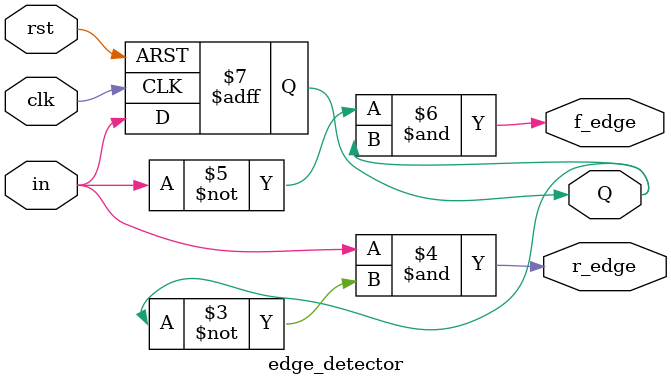
<source format=v>
module edge_detector(
  input clk,rst,in,
  output reg Q, 
  output r_edge,f_edge);
  
  always @(posedge clk or negedge rst) begin
    if(!rst) 
     Q <= 0; 
    else
    Q <= in;
    end
    
  assign r_edge = in & ~Q;
  assign f_edge = ~in & Q;
  
endmodule

      

</source>
